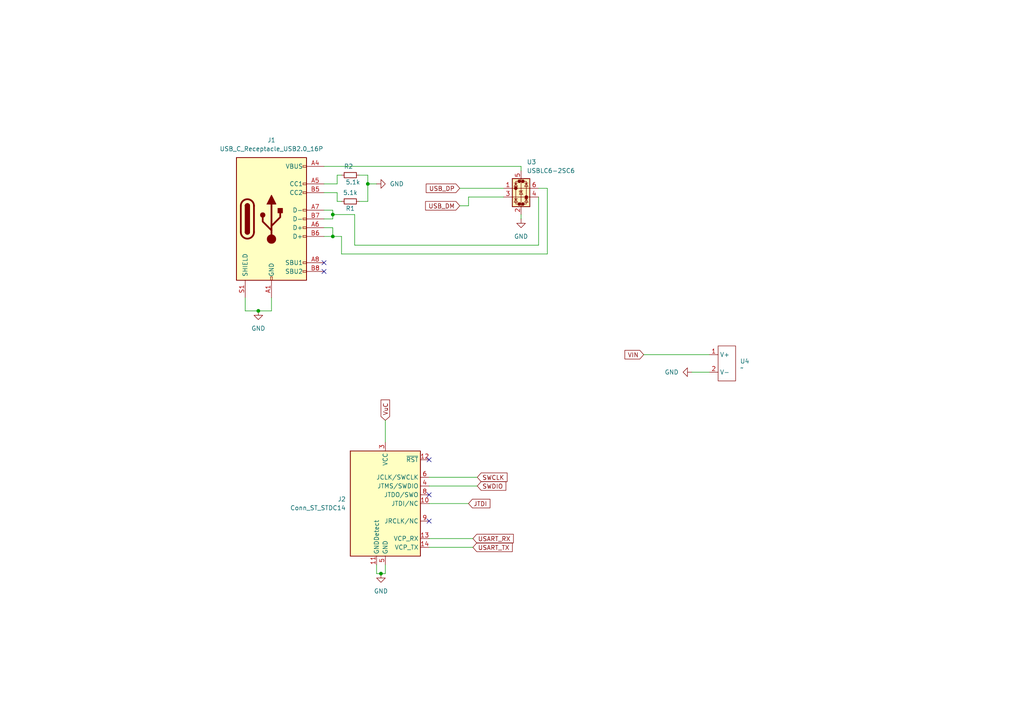
<source format=kicad_sch>
(kicad_sch (version 20231120) (generator "eeschema") (generator_version "8.0")
  (paper "A4")
  (lib_symbols
    (symbol "Connector:Conn_ST_STDC14"
      (property "Reference" "J" (at -8.89 16.51 0))
      (property "Value" "Conn_ST_STDC14" (at 17.78 16.51 0))
      (symbol "Conn_ST_STDC14_0_1"
        (rectangle (start -10.16 15.24) (end 10.16 -15.24) (stroke (width 0.254)) (fill (type background)))
      )
      (symbol "Conn_ST_STDC14_1_1"
        (pin no_connect line (at -10.16 5.08 0) (length 2.54) hide (name "NC") (number "1"))
        (pin output line (at 12.7 0 180) (length 2.54) (name "JTDI/NC") (number "10"))
        (pin passive line (at -2.54 -17.78 90) (length 2.54) (name "GNDDetect") (number "11"))
        (pin open_collector line (at 12.7 12.7 180) (length 2.54) (name "~{RST}") (number "12"))
        (pin output line (at 12.7 -10.16 180) (length 2.54) (name "VCP_RX") (number "13"))
        (pin input line (at 12.7 -12.7 180) (length 2.54) (name "VCP_TX") (number "14"))
        (pin no_connect line (at -10.16 2.54 0) (length 2.54) hide (name "NC") (number "2"))
        (pin power_in line (at 0 17.78 270) (length 2.54) (name "VCC") (number "3"))
        (pin bidirectional line (at 12.7 5.08 180) (length 2.54) (name "JTMS/SWDIO") (number "4"))
        (pin power_in line (at 0 -17.78 90) (length 2.54) (name "GND") (number "5"))
        (pin output line (at 12.7 7.62 180) (length 2.54) (name "JCLK/SWCLK") (number "6"))
        (pin passive line (at 0 -17.78 90) (length 2.54) hide (name "GND") (number "7"))
        (pin input line (at 12.7 2.54 180) (length 2.54) (name "JTDO/SWO") (number "8"))
        (pin input line (at 12.7 -5.08 180) (length 2.54) (name "JRCLK/NC") (number "9"))
      )
    )
    (symbol "Connector:USB_C_Receptacle_USB2.0_16P" (pin_names (offset 1.016))
      (property "Reference" "J" (at 0 22.225 0))
      (property "Value" "USB_C_Receptacle_USB2.0_16P" (at 0 19.685 0))
      (symbol "USB_C_Receptacle_USB2.0_16P_0_0"
        (rectangle (start -0.254 -17.78) (end 0.254 -16.764))
        (rectangle (start 10.16 -14.986) (end 9.144 -15.494))
        (rectangle (start 10.16 -12.446) (end 9.144 -12.954))
        (rectangle (start 10.16 -4.826) (end 9.144 -5.334))
        (rectangle (start 10.16 -2.286) (end 9.144 -2.794))
        (rectangle (start 10.16 0.254) (end 9.144 -0.254))
        (rectangle (start 10.16 2.794) (end 9.144 2.286))
        (rectangle (start 10.16 7.874) (end 9.144 7.366))
        (rectangle (start 10.16 10.414) (end 9.144 9.906))
        (rectangle (start 10.16 15.494) (end 9.144 14.986))
      )
      (symbol "USB_C_Receptacle_USB2.0_16P_0_1"
        (rectangle (start -10.16 17.78) (end 10.16 -17.78) (stroke (width 0.254)) (fill (type background)))
        (arc (start -8.89 -3.81) (mid -6.985 -5.7067) (end -5.08 -3.81) (stroke (width 0.508)))
        (arc (start -7.62 -3.81) (mid -6.985 -4.4423) (end -6.35 -3.81) (stroke (width 0.254)))
        (arc (start -7.62 -3.81) (mid -6.985 -4.4423) (end -6.35 -3.81) (stroke (width 0.254)) (fill (type outline)))
        (rectangle (start -7.62 -3.81) (end -6.35 3.81) (stroke (width 0.254)) (fill (type outline)))
        (arc (start -6.35 3.81) (mid -6.985 4.4423) (end -7.62 3.81) (stroke (width 0.254)))
        (arc (start -6.35 3.81) (mid -6.985 4.4423) (end -7.62 3.81) (stroke (width 0.254)) (fill (type outline)))
        (arc (start -5.08 3.81) (mid -6.985 5.7067) (end -8.89 3.81) (stroke (width 0.508)))
        (circle (center -2.54 1.143) (radius 0.635) (stroke (width 0.254)) (fill (type outline)))
        (circle (center 0 -5.842) (radius 1.27) (fill (type outline)))
        (polyline (pts (xy -8.89 -3.81) (xy -8.89 3.81)) (stroke (width 0.508)))
        (polyline (pts (xy -5.08 3.81) (xy -5.08 -3.81)) (stroke (width 0.508)))
        (polyline (pts (xy 0 -5.842) (xy 0 4.318)) (stroke (width 0.508)))
        (polyline (pts (xy 0 -3.302) (xy -2.54 -0.762) (xy -2.54 0.508)) (stroke (width 0.508)))
        (polyline (pts (xy 0 -2.032) (xy 2.54 0.508) (xy 2.54 1.778)) (stroke (width 0.508)))
        (polyline (pts (xy -1.27 4.318) (xy 0 6.858) (xy 1.27 4.318) (xy -1.27 4.318)) (stroke (width 0.254)) (fill (type outline)))
        (rectangle (start 1.905 1.778) (end 3.175 3.048) (stroke (width 0.254)) (fill (type outline)))
      )
      (symbol "USB_C_Receptacle_USB2.0_16P_1_1"
        (pin passive line (at 0 -22.86 90) (length 5.08) (name "GND") (number "A1"))
        (pin passive line (at 0 -22.86 90) (length 5.08) hide (name "GND") (number "A12"))
        (pin passive line (at 15.24 15.24 180) (length 5.08) (name "VBUS") (number "A4"))
        (pin bidirectional line (at 15.24 10.16 180) (length 5.08) (name "CC1") (number "A5"))
        (pin bidirectional line (at 15.24 -2.54 180) (length 5.08) (name "D+") (number "A6"))
        (pin bidirectional line (at 15.24 2.54 180) (length 5.08) (name "D-") (number "A7"))
        (pin bidirectional line (at 15.24 -12.7 180) (length 5.08) (name "SBU1") (number "A8"))
        (pin passive line (at 15.24 15.24 180) (length 5.08) hide (name "VBUS") (number "A9"))
        (pin passive line (at 0 -22.86 90) (length 5.08) hide (name "GND") (number "B1"))
        (pin passive line (at 0 -22.86 90) (length 5.08) hide (name "GND") (number "B12"))
        (pin passive line (at 15.24 15.24 180) (length 5.08) hide (name "VBUS") (number "B4"))
        (pin bidirectional line (at 15.24 7.62 180) (length 5.08) (name "CC2") (number "B5"))
        (pin bidirectional line (at 15.24 -5.08 180) (length 5.08) (name "D+") (number "B6"))
        (pin bidirectional line (at 15.24 0 180) (length 5.08) (name "D-") (number "B7"))
        (pin bidirectional line (at 15.24 -15.24 180) (length 5.08) (name "SBU2") (number "B8"))
        (pin passive line (at 15.24 15.24 180) (length 5.08) hide (name "VBUS") (number "B9"))
        (pin passive line (at -7.62 -22.86 90) (length 5.08) (name "SHIELD") (number "S1"))
      )
    )
    (symbol "Device:R_Small" (pin_numbers hide) (pin_names (offset 0.254) hide)
      (property "Reference" "R" (at 0.762 0.508 0))
      (property "Value" "R_Small" (at 0.762 -1.016 0))
      (symbol "R_Small_0_1"
        (rectangle (start -0.762 1.778) (end 0.762 -1.778) (stroke (width 0.2032)))
      )
      (symbol "R_Small_1_1"
        (pin passive line (at 0 2.54 270) (length 0.762) (name "~") (number "1"))
        (pin passive line (at 0 -2.54 90) (length 0.762) (name "~") (number "2"))
      )
    )
    (symbol "Power_Protection:USBLC6-2SC6" (pin_names hide)
      (property "Reference" "U" (at 0.635 5.715 0))
      (property "Value" "USBLC6-2SC6" (at 0.635 3.81 0))
      (symbol "USBLC6-2SC6_0_0"
        (circle (center -1.524 0) (radius 0.0001) (stroke (width 0.508)))
        (circle (center -0.508 -4.572) (radius 0.0001) (stroke (width 0.508)))
        (circle (center -0.508 2.032) (radius 0.0001) (stroke (width 0.508)))
        (circle (center 0.508 -4.572) (radius 0.0001) (stroke (width 0.508)))
        (circle (center 0.508 2.032) (radius 0.0001) (stroke (width 0.508)))
        (circle (center 1.524 -2.54) (radius 0.0001) (stroke (width 0.508)))
      )
      (symbol "USBLC6-2SC6_0_1"
        (polyline (pts (xy -2.54 -2.54) (xy 2.54 -2.54)))
        (polyline (pts (xy -2.54 0) (xy 2.54 0)))
        (polyline (pts (xy -2.032 -3.048) (xy -1.016 -3.048)))
        (polyline (pts (xy -1.016 1.524) (xy -2.032 1.524)))
        (polyline (pts (xy 1.016 -3.048) (xy 2.032 -3.048)))
        (polyline (pts (xy 1.016 1.524) (xy 2.032 1.524)))
        (polyline (pts (xy -0.508 -1.143) (xy -0.508 -0.762) (xy 0.508 -0.762)))
        (polyline (pts (xy -2.032 0.508) (xy -1.016 0.508) (xy -1.524 1.524) (xy -2.032 0.508)))
        (polyline (pts (xy -1.016 -4.064) (xy -2.032 -4.064) (xy -1.524 -3.048) (xy -1.016 -4.064)))
        (polyline (pts (xy 0.508 -1.778) (xy -0.508 -1.778) (xy 0 -0.762) (xy 0.508 -1.778)))
        (polyline (pts (xy 2.032 -4.064) (xy 1.016 -4.064) (xy 1.524 -3.048) (xy 2.032 -4.064)))
        (polyline (pts (xy 2.032 0.508) (xy 1.016 0.508) (xy 1.524 1.524) (xy 2.032 0.508)))
        (polyline (pts (xy 0 2.54) (xy -0.508 2.032) (xy 0.508 2.032) (xy 0 1.524) (xy 0 -4.064) (xy -0.508 -4.572) (xy 0.508 -4.572) (xy 0 -5.08)))
      )
      (symbol "USBLC6-2SC6_1_1"
        (rectangle (start -2.54 2.794) (end 2.54 -5.334) (stroke (width 0.254)) (fill (type background)))
        (polyline (pts (xy -0.508 2.032) (xy -1.524 2.032) (xy -1.524 -4.572) (xy -0.508 -4.572)))
        (polyline (pts (xy 0.508 -4.572) (xy 1.524 -4.572) (xy 1.524 2.032) (xy 0.508 2.032)))
        (pin passive line (at -5.08 0 0) (length 2.54) (name "I/O1") (number "1"))
        (pin passive line (at 0 -7.62 90) (length 2.54) (name "GND") (number "2"))
        (pin passive line (at -5.08 -2.54 0) (length 2.54) (name "I/O2") (number "3"))
        (pin passive line (at 5.08 -2.54 180) (length 2.54) (name "I/O2") (number "4"))
        (pin passive line (at 0 5.08 270) (length 2.54) (name "VBUS") (number "5"))
        (pin passive line (at 5.08 0 180) (length 2.54) (name "I/O1") (number "6"))
      )
    )
    (symbol "connector:XT60"
      (property "Reference" "U" (at 0 0 0))
      (symbol "XT60_0_1"
        (rectangle (start -5.08 2.54) (end 5.08 -2.54))
      )
      (symbol "XT60_1_1"
        (pin power_out line (at -2.54 -5.08 90) (length 2.54) (name "V+") (number "1"))
        (pin power_in line (at 2.54 -5.08 90) (length 2.54) (name "V-") (number "2"))
      )
    )
    (symbol "power:GND" (power) (pin_numbers hide) (pin_names (offset 0) hide)
      (property "Value" "GND" (at 0 -3.81 0))
      (symbol "GND_0_1"
        (polyline (pts (xy 0 0) (xy 0 -1.27) (xy 1.27 -1.27) (xy 0 -2.54) (xy -1.27 -1.27) (xy 0 -1.27)))
      )
      (symbol "GND_1_1"
        (pin power_in line (at 0 0 270) (length 0) (name "~") (number "1"))
      )
    )
  )
  (junction (at 106.68 53.34))
  (junction (at 74.93 90.17))
  (junction (at 110.49 166.37))
  (junction (at 96.52 62.23))
  (junction (at 96.52 68.58))
  (no_connect (at 93.98 78.74))
  (no_connect (at 93.98 76.2))
  (no_connect (at 124.46 143.51))
  (no_connect (at 124.46 151.13))
  (no_connect (at 124.46 133.35))
  (wire (pts (xy 158.75 54.61) (xy 158.75 73.66)))
  (wire (pts (xy 124.46 156.21) (xy 137.16 156.21)))
  (wire (pts (xy 106.68 58.42) (xy 104.14 58.42)))
  (wire (pts (xy 106.68 53.34) (xy 109.22 53.34)))
  (wire (pts (xy 93.98 66.04) (xy 96.52 66.04)))
  (wire (pts (xy 110.49 166.37) (xy 111.76 166.37)))
  (wire (pts (xy 124.46 138.43) (xy 138.43 138.43)))
  (wire (pts (xy 151.13 63.5) (xy 151.13 62.23)))
  (wire (pts (xy 93.98 60.96) (xy 96.52 60.96)))
  (wire (pts (xy 151.13 48.26) (xy 151.13 49.53)))
  (wire (pts (xy 97.79 58.42) (xy 97.79 55.88)))
  (wire (pts (xy 111.76 121.92) (xy 111.76 128.27)))
  (wire (pts (xy 111.76 166.37) (xy 111.76 163.83)))
  (wire (pts (xy 97.79 50.8) (xy 99.06 50.8)))
  (wire (pts (xy 71.12 86.36) (xy 71.12 90.17)))
  (wire (pts (xy 96.52 68.58) (xy 93.98 68.58)))
  (wire (pts (xy 99.06 73.66) (xy 99.06 68.58)))
  (wire (pts (xy 99.06 68.58) (xy 96.52 68.58)))
  (wire (pts (xy 96.52 66.04) (xy 96.52 68.58)))
  (wire (pts (xy 74.93 90.17) (xy 78.74 90.17)))
  (wire (pts (xy 97.79 53.34) (xy 97.79 50.8)))
  (wire (pts (xy 109.22 163.83) (xy 109.22 166.37)))
  (wire (pts (xy 186.69 102.87) (xy 205.74 102.87)))
  (wire (pts (xy 106.68 50.8) (xy 106.68 53.34)))
  (wire (pts (xy 104.14 50.8) (xy 106.68 50.8)))
  (wire (pts (xy 109.22 166.37) (xy 110.49 166.37)))
  (wire (pts (xy 97.79 55.88) (xy 93.98 55.88)))
  (wire (pts (xy 78.74 90.17) (xy 78.74 86.36)))
  (wire (pts (xy 124.46 146.05) (xy 135.89 146.05)))
  (wire (pts (xy 146.05 57.15) (xy 135.89 57.15)))
  (wire (pts (xy 99.06 73.66) (xy 158.75 73.66)))
  (wire (pts (xy 124.46 140.97) (xy 138.43 140.97)))
  (wire (pts (xy 156.21 71.12) (xy 102.87 71.12)))
  (wire (pts (xy 135.89 57.15) (xy 135.89 59.69)))
  (wire (pts (xy 156.21 57.15) (xy 156.21 71.12)))
  (wire (pts (xy 156.21 54.61) (xy 158.75 54.61)))
  (wire (pts (xy 93.98 63.5) (xy 96.52 63.5)))
  (wire (pts (xy 102.87 71.12) (xy 102.87 62.23)))
  (wire (pts (xy 99.06 58.42) (xy 97.79 58.42)))
  (wire (pts (xy 96.52 62.23) (xy 96.52 63.5)))
  (wire (pts (xy 102.87 62.23) (xy 96.52 62.23)))
  (wire (pts (xy 71.12 90.17) (xy 74.93 90.17)))
  (wire (pts (xy 133.35 54.61) (xy 146.05 54.61)))
  (wire (pts (xy 124.46 158.75) (xy 137.16 158.75)))
  (wire (pts (xy 93.98 48.26) (xy 151.13 48.26)))
  (wire (pts (xy 96.52 60.96) (xy 96.52 62.23)))
  (wire (pts (xy 135.89 59.69) (xy 133.35 59.69)))
  (wire (pts (xy 106.68 53.34) (xy 106.68 58.42)))
  (wire (pts (xy 93.98 53.34) (xy 97.79 53.34)))
  (wire (pts (xy 200.66 107.95) (xy 205.74 107.95)))
  (global_label "USART_TX" (shape input) (at 137.16 158.75 0) (property "Intersheetrefs" "${INTERSHEET_REFS}" (effects (hide yes))))
  (global_label "SWCLK" (shape input) (at 138.43 138.43 0) (property "Intersheetrefs" "${INTERSHEET_REFS}" (effects (hide yes))))
  (global_label "SWDIO" (shape input) (at 138.43 140.97 0) (property "Intersheetrefs" "${INTERSHEET_REFS}" (effects (hide yes))))
  (global_label "JTDI" (shape input) (at 135.89 146.05 0) (property "Intersheetrefs" "${INTERSHEET_REFS}" (effects (hide yes))))
  (global_label "VIN" (shape input) (at 186.69 102.87 180) (property "Intersheetrefs" "${INTERSHEET_REFS}" (effects (hide yes))))
  (global_label "USART_RX" (shape input) (at 137.16 156.21 0) (property "Intersheetrefs" "${INTERSHEET_REFS}" (effects (hide yes))))
  (global_label "USB_DP" (shape input) (at 133.35 54.61 180) (property "Intersheetrefs" "${INTERSHEET_REFS}" (effects (hide yes))))
  (global_label "VuC" (shape input) (at 111.76 121.92 90) (property "Intersheetrefs" "${INTERSHEET_REFS}" (effects (hide yes))))
  (global_label "USB_DM" (shape input) (at 133.35 59.69 180) (property "Intersheetrefs" "${INTERSHEET_REFS}" (effects (hide yes))))
  (symbol (lib_id "power:GND") (at 110.49 166.37 0) (unit 1)
    (property "Reference" "#PWR09" (effects (hide yes)))
    (property "Value" "GND" (at 110.49 171.45 0))
    (property "Description" "Power symbol creates a global label with name \"GND\" , ground" (effects (hide yes)))
  )
  (symbol (lib_id "Connector:Conn_ST_STDC14") (at 111.76 146.05 0) (unit 1)
    (property "Reference" "J2" (at 100.33 144.7799 0) (effects (justify right)))
    (property "Value" "Conn_ST_STDC14" (at 100.33 147.3199 0) (effects (justify right)))
    (property "Datasheet" "https://www.st.com/content/ccc/resource/technical/document/user_manual/group1/99/49/91/b6/b2/3a/46/e5/DM00526767/files/DM00526767.pdf/jcr:content/translations/en.DM00526767.pdf" (effects (hide yes)))
    (property "Description" "ST Debug Connector, standard ARM Cortex-M SWD and JTAG interface plus UART" (effects (hide yes)))
  )
  (symbol (lib_id "power:GND") (at 151.13 63.5 0) (unit 1)
    (property "Reference" "#PWR07" (effects (hide yes)))
    (property "Value" "GND" (at 151.13 68.58 0))
    (property "Description" "Power symbol creates a global label with name \"GND\" , ground" (effects (hide yes)))
  )
  (symbol (lib_id "Connector:USB_C_Receptacle_USB2.0_16P") (at 78.74 63.5 0) (unit 1)
    (property "Reference" "J1" (at 78.74 40.64 0))
    (property "Value" "USB_C_Receptacle_USB2.0_16P" (at 78.74 43.18 0))
    (property "Footprint" "Connector_USB:USB_C_Receptacle_HRO_TYPE-C-31-M-12" (effects (hide yes)))
    (property "Datasheet" "https://www.usb.org/sites/default/files/documents/usb_type-c.zip" (effects (hide yes)))
    (property "Description" "USB 2.0-only 16P Type-C Receptacle connector" (effects (hide yes)))
  )
  (symbol (lib_id "connector:XT60") (at 210.82 105.41 270) (unit 1)
    (property "Reference" "U4" (at 214.63 104.7749 90) (effects (justify left)))
    (property "Value" "~" (at 214.63 106.68 90) (effects (justify left)))
    (property "Footprint" "Connector_AMASS:AMASS_XT60PW-F_1x02_P7.20mm_Horizontal" (effects (hide yes)))
  )
  (symbol (lib_id "Device:R_Small") (at 101.6 50.8 90) (unit 1)
    (property "Reference" "R2" (at 101.092 48.26 90))
    (property "Value" "5.1k" (at 102.362 52.832 90))
    (property "Footprint" "Resistor_SMD:R_0402_1005Metric" (effects (hide yes)))
    (property "Description" "Resistor, small symbol" (effects (hide yes)))
  )
  (symbol (lib_id "Device:R_Small") (at 101.6 58.42 90) (unit 1)
    (property "Reference" "R1" (at 101.6 60.452 90))
    (property "Value" "5.1k" (at 101.6 55.88 90))
    (property "Footprint" "Resistor_SMD:R_0402_1005Metric" (effects (hide yes)))
    (property "Description" "Resistor, small symbol" (effects (hide yes)))
  )
  (symbol (lib_id "power:GND") (at 74.93 90.17 0) (unit 1)
    (property "Reference" "#PWR05" (effects (hide yes)))
    (property "Value" "GND" (at 74.93 95.25 0))
    (property "Description" "Power symbol creates a global label with name \"GND\" , ground" (effects (hide yes)))
  )
  (symbol (lib_id "power:GND") (at 109.22 53.34 90) (unit 1)
    (property "Reference" "#PWR06" (effects (hide yes)))
    (property "Value" "GND" (at 113.03 53.3399 90) (effects (justify right)))
    (property "Description" "Power symbol creates a global label with name \"GND\" , ground" (effects (hide yes)))
  )
  (symbol (lib_id "power:GND") (at 200.66 107.95 270) (unit 1)
    (property "Reference" "#PWR08" (effects (hide yes)))
    (property "Value" "GND" (at 196.85 107.9499 90) (effects (justify right)))
    (property "Description" "Power symbol creates a global label with name \"GND\" , ground" (effects (hide yes)))
  )
  (symbol (lib_id "Power_Protection:USBLC6-2SC6") (at 151.13 54.61 0) (unit 1)
    (property "Reference" "U3" (at 152.7811 46.99 0) (effects (justify left)))
    (property "Value" "USBLC6-2SC6" (at 152.7811 49.53 0) (effects (justify left)))
    (property "Footprint" "Package_TO_SOT_SMD:SOT-23-6" (effects (hide yes)))
    (property "Datasheet" "https://www.st.com/resource/en/datasheet/usblc6-2.pdf" (effects (hide yes)))
    (property "Description" "Very low capacitance ESD protection diode, 2 data-line, SOT-23-6" (effects (hide yes)))
  )
)
</source>
